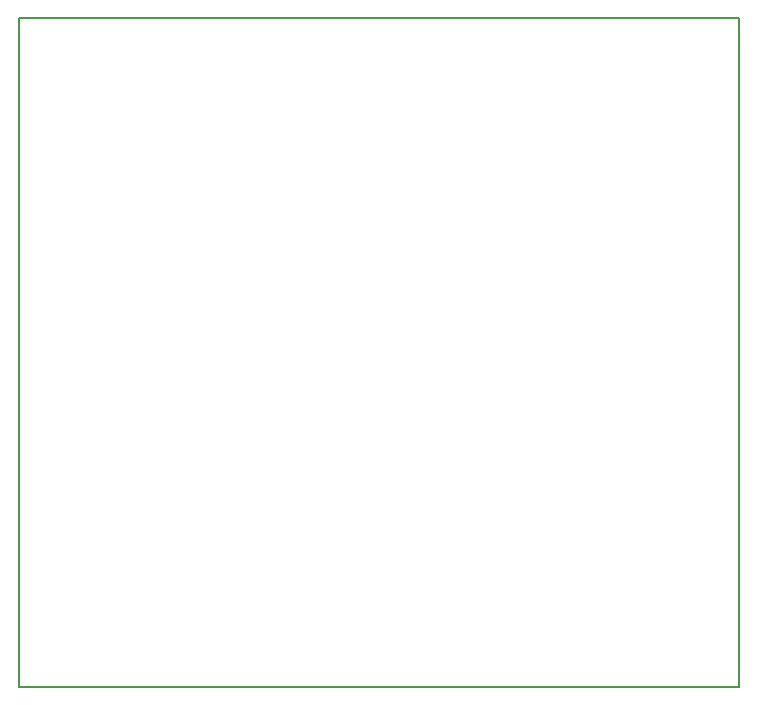
<source format=gbr>
G04 #@! TF.FileFunction,Profile,NP*
%FSLAX46Y46*%
G04 Gerber Fmt 4.6, Leading zero omitted, Abs format (unit mm)*
G04 Created by KiCad (PCBNEW 4.0.7-e2-6376~58~ubuntu14.04.1) date Wed Aug  8 15:23:53 2018*
%MOMM*%
%LPD*%
G01*
G04 APERTURE LIST*
%ADD10C,0.100000*%
%ADD11C,0.150000*%
G04 APERTURE END LIST*
D10*
D11*
X144478761Y-92519155D02*
X144478760Y-35819155D01*
X205478761Y-92519154D02*
X144478761Y-92519155D01*
X205478761Y-35819155D02*
X205478761Y-92519154D01*
X144478760Y-35819155D02*
X205478761Y-35819155D01*
M02*

</source>
